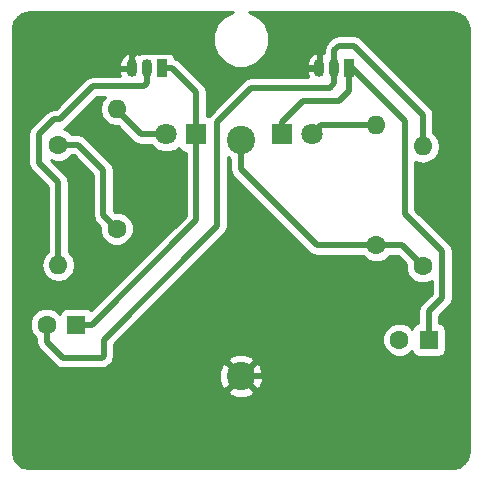
<source format=gbl>
G04 #@! TF.FileFunction,Copper,L2,Bot,Signal*
%FSLAX46Y46*%
G04 Gerber Fmt 4.6, Leading zero omitted, Abs format (unit mm)*
G04 Created by KiCad (PCBNEW 4.0.6) date 07/03/18 08:43:19*
%MOMM*%
%LPD*%
G01*
G04 APERTURE LIST*
%ADD10C,0.100000*%
%ADD11C,1.600000*%
%ADD12O,1.600000X1.600000*%
%ADD13R,1.600000X1.600000*%
%ADD14R,1.800000X1.800000*%
%ADD15C,1.800000*%
%ADD16O,0.900000X1.500000*%
%ADD17R,0.900000X1.500000*%
%ADD18C,2.400000*%
%ADD19C,0.600000*%
%ADD20C,0.508000*%
%ADD21C,0.254000*%
G04 APERTURE END LIST*
D10*
D11*
X119507000Y-66040000D03*
D12*
X119507000Y-55880000D03*
D13*
X116078000Y-74168000D03*
D11*
X113578000Y-74168000D03*
D13*
X145923000Y-75438000D03*
D11*
X143423000Y-75438000D03*
D14*
X126238000Y-58039000D03*
D15*
X123698000Y-58039000D03*
D14*
X133477000Y-58039000D03*
D15*
X136017000Y-58039000D03*
D16*
X122047000Y-52451000D03*
X120777000Y-52451000D03*
D17*
X123317000Y-52451000D03*
D16*
X137922000Y-52451000D03*
X136652000Y-52451000D03*
D17*
X139192000Y-52451000D03*
D11*
X145415000Y-69215000D03*
D12*
X145415000Y-59055000D03*
D11*
X114554000Y-58928000D03*
D12*
X114554000Y-69088000D03*
D11*
X141478000Y-67437000D03*
D12*
X141478000Y-57277000D03*
D18*
X130000000Y-78500000D03*
X130000000Y-58500000D03*
D19*
X138000000Y-73000000D03*
D20*
X132500000Y-78500000D02*
X130000000Y-78500000D01*
X138000000Y-73000000D02*
X132500000Y-78500000D01*
X120777000Y-52451000D02*
X120777000Y-51435000D01*
X135509000Y-52451000D02*
X136652000Y-52451000D01*
X134874000Y-53086000D02*
X135509000Y-52451000D01*
X128778000Y-53086000D02*
X134874000Y-53086000D01*
X126746000Y-51054000D02*
X128778000Y-53086000D01*
X121158000Y-51054000D02*
X126746000Y-51054000D01*
X120777000Y-51435000D02*
X121158000Y-51054000D01*
X130000000Y-58500000D02*
X130000000Y-61000000D01*
X136437000Y-67437000D02*
X141478000Y-67437000D01*
X130000000Y-61000000D02*
X136437000Y-67437000D01*
X141478000Y-67437000D02*
X143637000Y-67437000D01*
X143637000Y-67437000D02*
X145415000Y-69215000D01*
X118364000Y-61087000D02*
X118364000Y-64897000D01*
X118364000Y-64897000D02*
X119507000Y-66040000D01*
X116205000Y-58928000D02*
X118364000Y-61087000D01*
X114554000Y-58928000D02*
X116205000Y-58928000D01*
X117386000Y-74168000D02*
X116078000Y-74168000D01*
X126238000Y-65316000D02*
X117386000Y-74168000D01*
X126238000Y-58039000D02*
X126238000Y-65316000D01*
X123317000Y-52451000D02*
X124206000Y-52451000D01*
X126238000Y-54483000D02*
X126238000Y-58039000D01*
X124206000Y-52451000D02*
X126238000Y-54483000D01*
X127592001Y-66209999D02*
X127302000Y-66500000D01*
X127302000Y-66500000D02*
X118379999Y-75422001D01*
X137922000Y-52451000D02*
X137922000Y-53709000D01*
X137922000Y-53709000D02*
X137529000Y-54102000D01*
X137529000Y-54102000D02*
X130898000Y-54102000D01*
X130898000Y-54102000D02*
X128000000Y-57000000D01*
X128000000Y-57000000D02*
X128000000Y-65802000D01*
X128000000Y-65802000D02*
X127302000Y-66500000D01*
X114935000Y-76962000D02*
X113578000Y-75605000D01*
X113578000Y-75605000D02*
X113578000Y-74168000D01*
X118237000Y-76962000D02*
X114935000Y-76962000D01*
X118379999Y-76819001D02*
X118237000Y-76962000D01*
X118379999Y-75422001D02*
X118379999Y-76819001D01*
X137922000Y-52451000D02*
X137922000Y-50927000D01*
X145415000Y-56388000D02*
X145415000Y-59055000D01*
X139573000Y-50546000D02*
X145415000Y-56388000D01*
X138303000Y-50546000D02*
X139573000Y-50546000D01*
X137922000Y-50927000D02*
X138303000Y-50546000D01*
X139192000Y-52451000D02*
X139446000Y-52451000D01*
X139446000Y-52451000D02*
X143891000Y-56896000D01*
X145923000Y-73025000D02*
X145923000Y-75438000D01*
X147066000Y-71882000D02*
X145923000Y-73025000D01*
X147066000Y-67945000D02*
X147066000Y-71882000D01*
X143891000Y-64770000D02*
X147066000Y-67945000D01*
X143891000Y-56896000D02*
X143891000Y-64770000D01*
X133477000Y-58039000D02*
X133477000Y-57023000D01*
X139192000Y-54356000D02*
X139192000Y-52451000D01*
X138303000Y-55245000D02*
X139192000Y-54356000D01*
X135255000Y-55245000D02*
X138303000Y-55245000D01*
X133477000Y-57023000D02*
X135255000Y-55245000D01*
X122047000Y-52451000D02*
X122047000Y-53709000D01*
X122047000Y-53709000D02*
X121781000Y-53975000D01*
X121781000Y-53975000D02*
X117475000Y-53975000D01*
X117475000Y-53975000D02*
X114681000Y-56769000D01*
X114681000Y-56769000D02*
X114173000Y-56769000D01*
X114173000Y-56769000D02*
X112903000Y-58039000D01*
X112903000Y-58039000D02*
X112903000Y-60452000D01*
X112903000Y-60452000D02*
X114554000Y-62103000D01*
X114554000Y-62103000D02*
X114554000Y-69088000D01*
X119507000Y-55880000D02*
X119507000Y-56007000D01*
X119507000Y-56007000D02*
X121539000Y-58039000D01*
X121539000Y-58039000D02*
X123698000Y-58039000D01*
X141478000Y-57277000D02*
X136779000Y-57277000D01*
X136779000Y-57277000D02*
X136017000Y-58039000D01*
D21*
G36*
X128650771Y-47976916D02*
X127979274Y-48647242D01*
X127615415Y-49523513D01*
X127614587Y-50472325D01*
X127976916Y-51349229D01*
X128647242Y-52020726D01*
X129523513Y-52384585D01*
X130472325Y-52385413D01*
X131347012Y-52024000D01*
X135567000Y-52024000D01*
X135567000Y-52324000D01*
X136525000Y-52324000D01*
X136525000Y-51233498D01*
X136357999Y-51106592D01*
X135974592Y-51293987D01*
X135698192Y-51618456D01*
X135567000Y-52024000D01*
X131347012Y-52024000D01*
X131349229Y-52023084D01*
X132020726Y-51352758D01*
X132384585Y-50476487D01*
X132385413Y-49527675D01*
X132023084Y-48650771D01*
X131352758Y-47979274D01*
X130704273Y-47710000D01*
X147930069Y-47710000D01*
X148488338Y-47821046D01*
X148902333Y-48097669D01*
X149178953Y-48511660D01*
X149290000Y-49069931D01*
X149290000Y-84930069D01*
X149178953Y-85488340D01*
X148902333Y-85902331D01*
X148488338Y-86178954D01*
X147930069Y-86290000D01*
X112069931Y-86290000D01*
X111511660Y-86178953D01*
X111097669Y-85902333D01*
X110821046Y-85488338D01*
X110710000Y-84930069D01*
X110710000Y-79797175D01*
X128882430Y-79797175D01*
X129005565Y-80084788D01*
X129687734Y-80344707D01*
X130417443Y-80323786D01*
X130994435Y-80084788D01*
X131117570Y-79797175D01*
X130000000Y-78679605D01*
X128882430Y-79797175D01*
X110710000Y-79797175D01*
X110710000Y-78187734D01*
X128155293Y-78187734D01*
X128176214Y-78917443D01*
X128415212Y-79494435D01*
X128702825Y-79617570D01*
X129820395Y-78500000D01*
X130179605Y-78500000D01*
X131297175Y-79617570D01*
X131584788Y-79494435D01*
X131844707Y-78812266D01*
X131823786Y-78082557D01*
X131584788Y-77505565D01*
X131297175Y-77382430D01*
X130179605Y-78500000D01*
X129820395Y-78500000D01*
X128702825Y-77382430D01*
X128415212Y-77505565D01*
X128155293Y-78187734D01*
X110710000Y-78187734D01*
X110710000Y-58039000D01*
X112014000Y-58039000D01*
X112014000Y-60452000D01*
X112081671Y-60792206D01*
X112220515Y-61000000D01*
X112274382Y-61080618D01*
X113665000Y-62471236D01*
X113665000Y-67961200D01*
X113539302Y-68045189D01*
X113228233Y-68510736D01*
X113119000Y-69059887D01*
X113119000Y-69116113D01*
X113228233Y-69665264D01*
X113539302Y-70130811D01*
X114004849Y-70441880D01*
X114554000Y-70551113D01*
X115103151Y-70441880D01*
X115568698Y-70130811D01*
X115879767Y-69665264D01*
X115989000Y-69116113D01*
X115989000Y-69059887D01*
X115879767Y-68510736D01*
X115568698Y-68045189D01*
X115443000Y-67961200D01*
X115443000Y-62103000D01*
X115400433Y-61889000D01*
X115375330Y-61762795D01*
X115182618Y-61474382D01*
X113931578Y-60223342D01*
X114267309Y-60362750D01*
X114838187Y-60363248D01*
X115365800Y-60145243D01*
X115694616Y-59817000D01*
X115836764Y-59817000D01*
X117475000Y-61455236D01*
X117475000Y-64897000D01*
X117542671Y-65237206D01*
X117595320Y-65316000D01*
X117735382Y-65525618D01*
X118072155Y-65862391D01*
X118071752Y-66324187D01*
X118289757Y-66851800D01*
X118693077Y-67255824D01*
X119220309Y-67474750D01*
X119791187Y-67475248D01*
X120318800Y-67257243D01*
X120722824Y-66853923D01*
X120941750Y-66326691D01*
X120942248Y-65755813D01*
X120724243Y-65228200D01*
X120320923Y-64824176D01*
X119793691Y-64605250D01*
X119329081Y-64604845D01*
X119253000Y-64528764D01*
X119253000Y-61087000D01*
X119185329Y-60746794D01*
X118992618Y-60458382D01*
X116833618Y-58299382D01*
X116545206Y-58106671D01*
X116205000Y-58039000D01*
X115694178Y-58039000D01*
X115367923Y-57712176D01*
X115041625Y-57576685D01*
X115309618Y-57397618D01*
X117843236Y-54864000D01*
X118474387Y-54864000D01*
X118181233Y-55302736D01*
X118072000Y-55851887D01*
X118072000Y-55908113D01*
X118181233Y-56457264D01*
X118492302Y-56922811D01*
X118957849Y-57233880D01*
X119507000Y-57343113D01*
X119572790Y-57330026D01*
X120910382Y-58667618D01*
X121198794Y-58860329D01*
X121539000Y-58928000D01*
X122416525Y-58928000D01*
X122827357Y-59339551D01*
X123391330Y-59573733D01*
X124001991Y-59574265D01*
X124566371Y-59341068D01*
X124734613Y-59173120D01*
X124734838Y-59174317D01*
X124873910Y-59390441D01*
X125086110Y-59535431D01*
X125338000Y-59586440D01*
X125349000Y-59586440D01*
X125349000Y-64947764D01*
X117357013Y-72939751D01*
X117342090Y-72916559D01*
X117129890Y-72771569D01*
X116878000Y-72720560D01*
X115278000Y-72720560D01*
X115042683Y-72764838D01*
X114826559Y-72903910D01*
X114681569Y-73116110D01*
X114660320Y-73221041D01*
X114391923Y-72952176D01*
X113864691Y-72733250D01*
X113293813Y-72732752D01*
X112766200Y-72950757D01*
X112362176Y-73354077D01*
X112143250Y-73881309D01*
X112142752Y-74452187D01*
X112360757Y-74979800D01*
X112689000Y-75308616D01*
X112689000Y-75605000D01*
X112756671Y-75945206D01*
X112887277Y-76140671D01*
X112949382Y-76233618D01*
X114306382Y-77590618D01*
X114594794Y-77783329D01*
X114935000Y-77851000D01*
X118237000Y-77851000D01*
X118577206Y-77783329D01*
X118865618Y-77590618D01*
X119008617Y-77447619D01*
X119105779Y-77302206D01*
X119172183Y-77202825D01*
X128882430Y-77202825D01*
X130000000Y-78320395D01*
X131117570Y-77202825D01*
X130994435Y-76915212D01*
X130312266Y-76655293D01*
X129582557Y-76676214D01*
X129005565Y-76915212D01*
X128882430Y-77202825D01*
X119172183Y-77202825D01*
X119201328Y-77159207D01*
X119268999Y-76819001D01*
X119268999Y-75790237D01*
X128628618Y-66430618D01*
X128699733Y-66324187D01*
X128821329Y-66142206D01*
X128889000Y-65802000D01*
X128889000Y-59984408D01*
X128959199Y-60054730D01*
X129111000Y-60117763D01*
X129111000Y-61000000D01*
X129178671Y-61340206D01*
X129179202Y-61341000D01*
X129371382Y-61628618D01*
X135808382Y-68065618D01*
X136096794Y-68258329D01*
X136437000Y-68326000D01*
X140337822Y-68326000D01*
X140664077Y-68652824D01*
X141191309Y-68871750D01*
X141762187Y-68872248D01*
X142289800Y-68654243D01*
X142618616Y-68326000D01*
X143268764Y-68326000D01*
X143980155Y-69037391D01*
X143979752Y-69499187D01*
X144197757Y-70026800D01*
X144601077Y-70430824D01*
X145128309Y-70649750D01*
X145699187Y-70650248D01*
X146177000Y-70452820D01*
X146177000Y-71513764D01*
X145294382Y-72396382D01*
X145101671Y-72684794D01*
X145034000Y-73025000D01*
X145034000Y-74007307D01*
X144887683Y-74034838D01*
X144671559Y-74173910D01*
X144526569Y-74386110D01*
X144505320Y-74491041D01*
X144236923Y-74222176D01*
X143709691Y-74003250D01*
X143138813Y-74002752D01*
X142611200Y-74220757D01*
X142207176Y-74624077D01*
X141988250Y-75151309D01*
X141987752Y-75722187D01*
X142205757Y-76249800D01*
X142609077Y-76653824D01*
X143136309Y-76872750D01*
X143707187Y-76873248D01*
X144234800Y-76655243D01*
X144503583Y-76386928D01*
X144519838Y-76473317D01*
X144658910Y-76689441D01*
X144871110Y-76834431D01*
X145123000Y-76885440D01*
X146723000Y-76885440D01*
X146958317Y-76841162D01*
X147174441Y-76702090D01*
X147319431Y-76489890D01*
X147370440Y-76238000D01*
X147370440Y-74638000D01*
X147326162Y-74402683D01*
X147187090Y-74186559D01*
X146974890Y-74041569D01*
X146812000Y-74008583D01*
X146812000Y-73393236D01*
X147694618Y-72510618D01*
X147770948Y-72396382D01*
X147887329Y-72222206D01*
X147955000Y-71882000D01*
X147955000Y-67945000D01*
X147887329Y-67604794D01*
X147694618Y-67316382D01*
X144780000Y-64401764D01*
X144780000Y-60351517D01*
X144865849Y-60408880D01*
X145415000Y-60518113D01*
X145964151Y-60408880D01*
X146429698Y-60097811D01*
X146740767Y-59632264D01*
X146850000Y-59083113D01*
X146850000Y-59026887D01*
X146740767Y-58477736D01*
X146429698Y-58012189D01*
X146304000Y-57928200D01*
X146304000Y-56388000D01*
X146236330Y-56047795D01*
X146043618Y-55759382D01*
X140201618Y-49917382D01*
X139913206Y-49724671D01*
X139573000Y-49657000D01*
X138303000Y-49657000D01*
X137962794Y-49724671D01*
X137674382Y-49917382D01*
X137293382Y-50298382D01*
X137100671Y-50586794D01*
X137033000Y-50927000D01*
X137033000Y-51149114D01*
X136946001Y-51106592D01*
X136779000Y-51233498D01*
X136779000Y-52324000D01*
X136799000Y-52324000D01*
X136799000Y-52578000D01*
X136779000Y-52578000D01*
X136779000Y-52598000D01*
X136525000Y-52598000D01*
X136525000Y-52578000D01*
X135567000Y-52578000D01*
X135567000Y-52878000D01*
X135675371Y-53213000D01*
X130898000Y-53213000D01*
X130557794Y-53280671D01*
X130278933Y-53467000D01*
X130269382Y-53473382D01*
X127371382Y-56371382D01*
X127272837Y-56518865D01*
X127138000Y-56491560D01*
X127127000Y-56491560D01*
X127127000Y-54483000D01*
X127059329Y-54142794D01*
X126866618Y-53854382D01*
X124834618Y-51822382D01*
X124652957Y-51701000D01*
X124546206Y-51629671D01*
X124395373Y-51599669D01*
X124370162Y-51465683D01*
X124231090Y-51249559D01*
X124018890Y-51104569D01*
X123767000Y-51053560D01*
X122867000Y-51053560D01*
X122631683Y-51097838D01*
X122527345Y-51164978D01*
X122462212Y-51121457D01*
X122047000Y-51038866D01*
X121631788Y-51121457D01*
X121407726Y-51271170D01*
X121071001Y-51106592D01*
X120904000Y-51233498D01*
X120904000Y-52324000D01*
X120924000Y-52324000D01*
X120924000Y-52578000D01*
X120904000Y-52578000D01*
X120904000Y-52598000D01*
X120650000Y-52598000D01*
X120650000Y-52578000D01*
X119692000Y-52578000D01*
X119692000Y-52878000D01*
X119759287Y-53086000D01*
X117475000Y-53086000D01*
X117134794Y-53153671D01*
X116940426Y-53283544D01*
X116846382Y-53346382D01*
X114312764Y-55880000D01*
X114173000Y-55880000D01*
X113832794Y-55947671D01*
X113588355Y-56111000D01*
X113544382Y-56140382D01*
X112274382Y-57410382D01*
X112081671Y-57698794D01*
X112014000Y-58039000D01*
X110710000Y-58039000D01*
X110710000Y-52024000D01*
X119692000Y-52024000D01*
X119692000Y-52324000D01*
X120650000Y-52324000D01*
X120650000Y-51233498D01*
X120482999Y-51106592D01*
X120099592Y-51293987D01*
X119823192Y-51618456D01*
X119692000Y-52024000D01*
X110710000Y-52024000D01*
X110710000Y-49069931D01*
X110821046Y-48511662D01*
X111097669Y-48097667D01*
X111511660Y-47821047D01*
X112069931Y-47710000D01*
X129296758Y-47710000D01*
X128650771Y-47976916D01*
X128650771Y-47976916D01*
G37*
X128650771Y-47976916D02*
X127979274Y-48647242D01*
X127615415Y-49523513D01*
X127614587Y-50472325D01*
X127976916Y-51349229D01*
X128647242Y-52020726D01*
X129523513Y-52384585D01*
X130472325Y-52385413D01*
X131347012Y-52024000D01*
X135567000Y-52024000D01*
X135567000Y-52324000D01*
X136525000Y-52324000D01*
X136525000Y-51233498D01*
X136357999Y-51106592D01*
X135974592Y-51293987D01*
X135698192Y-51618456D01*
X135567000Y-52024000D01*
X131347012Y-52024000D01*
X131349229Y-52023084D01*
X132020726Y-51352758D01*
X132384585Y-50476487D01*
X132385413Y-49527675D01*
X132023084Y-48650771D01*
X131352758Y-47979274D01*
X130704273Y-47710000D01*
X147930069Y-47710000D01*
X148488338Y-47821046D01*
X148902333Y-48097669D01*
X149178953Y-48511660D01*
X149290000Y-49069931D01*
X149290000Y-84930069D01*
X149178953Y-85488340D01*
X148902333Y-85902331D01*
X148488338Y-86178954D01*
X147930069Y-86290000D01*
X112069931Y-86290000D01*
X111511660Y-86178953D01*
X111097669Y-85902333D01*
X110821046Y-85488338D01*
X110710000Y-84930069D01*
X110710000Y-79797175D01*
X128882430Y-79797175D01*
X129005565Y-80084788D01*
X129687734Y-80344707D01*
X130417443Y-80323786D01*
X130994435Y-80084788D01*
X131117570Y-79797175D01*
X130000000Y-78679605D01*
X128882430Y-79797175D01*
X110710000Y-79797175D01*
X110710000Y-78187734D01*
X128155293Y-78187734D01*
X128176214Y-78917443D01*
X128415212Y-79494435D01*
X128702825Y-79617570D01*
X129820395Y-78500000D01*
X130179605Y-78500000D01*
X131297175Y-79617570D01*
X131584788Y-79494435D01*
X131844707Y-78812266D01*
X131823786Y-78082557D01*
X131584788Y-77505565D01*
X131297175Y-77382430D01*
X130179605Y-78500000D01*
X129820395Y-78500000D01*
X128702825Y-77382430D01*
X128415212Y-77505565D01*
X128155293Y-78187734D01*
X110710000Y-78187734D01*
X110710000Y-58039000D01*
X112014000Y-58039000D01*
X112014000Y-60452000D01*
X112081671Y-60792206D01*
X112220515Y-61000000D01*
X112274382Y-61080618D01*
X113665000Y-62471236D01*
X113665000Y-67961200D01*
X113539302Y-68045189D01*
X113228233Y-68510736D01*
X113119000Y-69059887D01*
X113119000Y-69116113D01*
X113228233Y-69665264D01*
X113539302Y-70130811D01*
X114004849Y-70441880D01*
X114554000Y-70551113D01*
X115103151Y-70441880D01*
X115568698Y-70130811D01*
X115879767Y-69665264D01*
X115989000Y-69116113D01*
X115989000Y-69059887D01*
X115879767Y-68510736D01*
X115568698Y-68045189D01*
X115443000Y-67961200D01*
X115443000Y-62103000D01*
X115400433Y-61889000D01*
X115375330Y-61762795D01*
X115182618Y-61474382D01*
X113931578Y-60223342D01*
X114267309Y-60362750D01*
X114838187Y-60363248D01*
X115365800Y-60145243D01*
X115694616Y-59817000D01*
X115836764Y-59817000D01*
X117475000Y-61455236D01*
X117475000Y-64897000D01*
X117542671Y-65237206D01*
X117595320Y-65316000D01*
X117735382Y-65525618D01*
X118072155Y-65862391D01*
X118071752Y-66324187D01*
X118289757Y-66851800D01*
X118693077Y-67255824D01*
X119220309Y-67474750D01*
X119791187Y-67475248D01*
X120318800Y-67257243D01*
X120722824Y-66853923D01*
X120941750Y-66326691D01*
X120942248Y-65755813D01*
X120724243Y-65228200D01*
X120320923Y-64824176D01*
X119793691Y-64605250D01*
X119329081Y-64604845D01*
X119253000Y-64528764D01*
X119253000Y-61087000D01*
X119185329Y-60746794D01*
X118992618Y-60458382D01*
X116833618Y-58299382D01*
X116545206Y-58106671D01*
X116205000Y-58039000D01*
X115694178Y-58039000D01*
X115367923Y-57712176D01*
X115041625Y-57576685D01*
X115309618Y-57397618D01*
X117843236Y-54864000D01*
X118474387Y-54864000D01*
X118181233Y-55302736D01*
X118072000Y-55851887D01*
X118072000Y-55908113D01*
X118181233Y-56457264D01*
X118492302Y-56922811D01*
X118957849Y-57233880D01*
X119507000Y-57343113D01*
X119572790Y-57330026D01*
X120910382Y-58667618D01*
X121198794Y-58860329D01*
X121539000Y-58928000D01*
X122416525Y-58928000D01*
X122827357Y-59339551D01*
X123391330Y-59573733D01*
X124001991Y-59574265D01*
X124566371Y-59341068D01*
X124734613Y-59173120D01*
X124734838Y-59174317D01*
X124873910Y-59390441D01*
X125086110Y-59535431D01*
X125338000Y-59586440D01*
X125349000Y-59586440D01*
X125349000Y-64947764D01*
X117357013Y-72939751D01*
X117342090Y-72916559D01*
X117129890Y-72771569D01*
X116878000Y-72720560D01*
X115278000Y-72720560D01*
X115042683Y-72764838D01*
X114826559Y-72903910D01*
X114681569Y-73116110D01*
X114660320Y-73221041D01*
X114391923Y-72952176D01*
X113864691Y-72733250D01*
X113293813Y-72732752D01*
X112766200Y-72950757D01*
X112362176Y-73354077D01*
X112143250Y-73881309D01*
X112142752Y-74452187D01*
X112360757Y-74979800D01*
X112689000Y-75308616D01*
X112689000Y-75605000D01*
X112756671Y-75945206D01*
X112887277Y-76140671D01*
X112949382Y-76233618D01*
X114306382Y-77590618D01*
X114594794Y-77783329D01*
X114935000Y-77851000D01*
X118237000Y-77851000D01*
X118577206Y-77783329D01*
X118865618Y-77590618D01*
X119008617Y-77447619D01*
X119105779Y-77302206D01*
X119172183Y-77202825D01*
X128882430Y-77202825D01*
X130000000Y-78320395D01*
X131117570Y-77202825D01*
X130994435Y-76915212D01*
X130312266Y-76655293D01*
X129582557Y-76676214D01*
X129005565Y-76915212D01*
X128882430Y-77202825D01*
X119172183Y-77202825D01*
X119201328Y-77159207D01*
X119268999Y-76819001D01*
X119268999Y-75790237D01*
X128628618Y-66430618D01*
X128699733Y-66324187D01*
X128821329Y-66142206D01*
X128889000Y-65802000D01*
X128889000Y-59984408D01*
X128959199Y-60054730D01*
X129111000Y-60117763D01*
X129111000Y-61000000D01*
X129178671Y-61340206D01*
X129179202Y-61341000D01*
X129371382Y-61628618D01*
X135808382Y-68065618D01*
X136096794Y-68258329D01*
X136437000Y-68326000D01*
X140337822Y-68326000D01*
X140664077Y-68652824D01*
X141191309Y-68871750D01*
X141762187Y-68872248D01*
X142289800Y-68654243D01*
X142618616Y-68326000D01*
X143268764Y-68326000D01*
X143980155Y-69037391D01*
X143979752Y-69499187D01*
X144197757Y-70026800D01*
X144601077Y-70430824D01*
X145128309Y-70649750D01*
X145699187Y-70650248D01*
X146177000Y-70452820D01*
X146177000Y-71513764D01*
X145294382Y-72396382D01*
X145101671Y-72684794D01*
X145034000Y-73025000D01*
X145034000Y-74007307D01*
X144887683Y-74034838D01*
X144671559Y-74173910D01*
X144526569Y-74386110D01*
X144505320Y-74491041D01*
X144236923Y-74222176D01*
X143709691Y-74003250D01*
X143138813Y-74002752D01*
X142611200Y-74220757D01*
X142207176Y-74624077D01*
X141988250Y-75151309D01*
X141987752Y-75722187D01*
X142205757Y-76249800D01*
X142609077Y-76653824D01*
X143136309Y-76872750D01*
X143707187Y-76873248D01*
X144234800Y-76655243D01*
X144503583Y-76386928D01*
X144519838Y-76473317D01*
X144658910Y-76689441D01*
X144871110Y-76834431D01*
X145123000Y-76885440D01*
X146723000Y-76885440D01*
X146958317Y-76841162D01*
X147174441Y-76702090D01*
X147319431Y-76489890D01*
X147370440Y-76238000D01*
X147370440Y-74638000D01*
X147326162Y-74402683D01*
X147187090Y-74186559D01*
X146974890Y-74041569D01*
X146812000Y-74008583D01*
X146812000Y-73393236D01*
X147694618Y-72510618D01*
X147770948Y-72396382D01*
X147887329Y-72222206D01*
X147955000Y-71882000D01*
X147955000Y-67945000D01*
X147887329Y-67604794D01*
X147694618Y-67316382D01*
X144780000Y-64401764D01*
X144780000Y-60351517D01*
X144865849Y-60408880D01*
X145415000Y-60518113D01*
X145964151Y-60408880D01*
X146429698Y-60097811D01*
X146740767Y-59632264D01*
X146850000Y-59083113D01*
X146850000Y-59026887D01*
X146740767Y-58477736D01*
X146429698Y-58012189D01*
X146304000Y-57928200D01*
X146304000Y-56388000D01*
X146236330Y-56047795D01*
X146043618Y-55759382D01*
X140201618Y-49917382D01*
X139913206Y-49724671D01*
X139573000Y-49657000D01*
X138303000Y-49657000D01*
X137962794Y-49724671D01*
X137674382Y-49917382D01*
X137293382Y-50298382D01*
X137100671Y-50586794D01*
X137033000Y-50927000D01*
X137033000Y-51149114D01*
X136946001Y-51106592D01*
X136779000Y-51233498D01*
X136779000Y-52324000D01*
X136799000Y-52324000D01*
X136799000Y-52578000D01*
X136779000Y-52578000D01*
X136779000Y-52598000D01*
X136525000Y-52598000D01*
X136525000Y-52578000D01*
X135567000Y-52578000D01*
X135567000Y-52878000D01*
X135675371Y-53213000D01*
X130898000Y-53213000D01*
X130557794Y-53280671D01*
X130278933Y-53467000D01*
X130269382Y-53473382D01*
X127371382Y-56371382D01*
X127272837Y-56518865D01*
X127138000Y-56491560D01*
X127127000Y-56491560D01*
X127127000Y-54483000D01*
X127059329Y-54142794D01*
X126866618Y-53854382D01*
X124834618Y-51822382D01*
X124652957Y-51701000D01*
X124546206Y-51629671D01*
X124395373Y-51599669D01*
X124370162Y-51465683D01*
X124231090Y-51249559D01*
X124018890Y-51104569D01*
X123767000Y-51053560D01*
X122867000Y-51053560D01*
X122631683Y-51097838D01*
X122527345Y-51164978D01*
X122462212Y-51121457D01*
X122047000Y-51038866D01*
X121631788Y-51121457D01*
X121407726Y-51271170D01*
X121071001Y-51106592D01*
X120904000Y-51233498D01*
X120904000Y-52324000D01*
X120924000Y-52324000D01*
X120924000Y-52578000D01*
X120904000Y-52578000D01*
X120904000Y-52598000D01*
X120650000Y-52598000D01*
X120650000Y-52578000D01*
X119692000Y-52578000D01*
X119692000Y-52878000D01*
X119759287Y-53086000D01*
X117475000Y-53086000D01*
X117134794Y-53153671D01*
X116940426Y-53283544D01*
X116846382Y-53346382D01*
X114312764Y-55880000D01*
X114173000Y-55880000D01*
X113832794Y-55947671D01*
X113588355Y-56111000D01*
X113544382Y-56140382D01*
X112274382Y-57410382D01*
X112081671Y-57698794D01*
X112014000Y-58039000D01*
X110710000Y-58039000D01*
X110710000Y-52024000D01*
X119692000Y-52024000D01*
X119692000Y-52324000D01*
X120650000Y-52324000D01*
X120650000Y-51233498D01*
X120482999Y-51106592D01*
X120099592Y-51293987D01*
X119823192Y-51618456D01*
X119692000Y-52024000D01*
X110710000Y-52024000D01*
X110710000Y-49069931D01*
X110821046Y-48511662D01*
X111097669Y-48097667D01*
X111511660Y-47821047D01*
X112069931Y-47710000D01*
X129296758Y-47710000D01*
X128650771Y-47976916D01*
M02*

</source>
